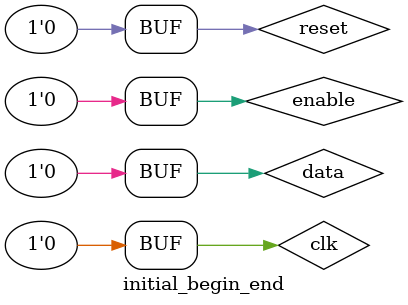
<source format=v>
module initial_begin_end ();

reg clk,reset,enable,data;

initial begin
  #1 clk = 0;
  #10 reset = 0;
  #5 enable = 0;
  #3 data = 0;
end

endmodule // initial_begin_end

/* Begin:
    clk gets 0 after 1 time unit, reset gets 0 after 11 time units, enable after 16 units,
    data after 19 units. All the statements are executed in sequentially.
 */
</source>
